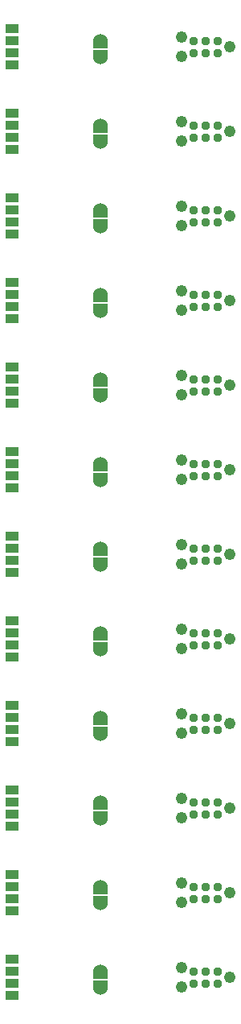
<source format=gbr>
G04 start of page 8 for group -4062 idx -4062 *
G04 Title: (unknown), soldermask *
G04 Creator: pcb 4.0.2 *
G04 CreationDate: Mon Jul 24 21:31:33 2023 UTC *
G04 For: railfan *
G04 Format: Gerber/RS-274X *
G04 PCB-Dimensions (mil): 3000.00 5500.00 *
G04 PCB-Coordinate-Origin: lower left *
%MOIN*%
%FSLAX25Y25*%
%LNBOTTOMMASK*%
%ADD48C,0.0600*%
%ADD47C,0.0001*%
%ADD46C,0.0370*%
%ADD45C,0.0490*%
G54D45*X152500Y362500D03*
Y327500D03*
Y292500D03*
Y257500D03*
X132500Y366500D03*
Y358500D03*
Y331500D03*
Y323500D03*
Y296500D03*
Y288500D03*
Y261500D03*
Y253500D03*
X152500Y432500D03*
X132500Y436500D03*
Y428500D03*
X152500Y397500D03*
X132500Y401500D03*
X152500Y467500D03*
X132500Y471500D03*
Y463500D03*
Y393500D03*
X152500Y222500D03*
Y187500D03*
Y152500D03*
Y117500D03*
X132500Y226500D03*
Y218500D03*
Y191500D03*
Y183500D03*
Y156500D03*
Y148500D03*
Y121500D03*
Y113500D03*
X152500Y82500D03*
X132500Y86500D03*
Y78500D03*
G54D46*X147500Y430000D03*
Y435000D03*
X142500Y430000D03*
Y435000D03*
X137500Y430000D03*
Y435000D03*
X147500Y395000D03*
Y400000D03*
X142500Y395000D03*
Y400000D03*
X137500Y395000D03*
Y400000D03*
G54D47*G36*
X59702Y466718D02*Y463282D01*
X65054D01*
Y466718D01*
X59702D01*
G37*
G36*
Y461718D02*Y458282D01*
X65054D01*
Y461718D01*
X59702D01*
G37*
G36*
Y476718D02*Y473282D01*
X65054D01*
Y476718D01*
X59702D01*
G37*
G36*
Y471718D02*Y468282D01*
X65054D01*
Y471718D01*
X59702D01*
G37*
G54D48*X99000Y469900D03*
G54D47*G36*
X96000D02*Y466900D01*
X102000D01*
Y469900D01*
X96000D01*
G37*
G54D48*X99000Y463100D03*
G54D47*G36*
X96000Y466100D02*Y463100D01*
X102000D01*
Y466100D01*
X96000D01*
G37*
G36*
X59702Y426718D02*Y423282D01*
X65054D01*
Y426718D01*
X59702D01*
G37*
G36*
Y431718D02*Y428282D01*
X65054D01*
Y431718D01*
X59702D01*
G37*
G36*
Y441718D02*Y438282D01*
X65054D01*
Y441718D01*
X59702D01*
G37*
G36*
Y436718D02*Y433282D01*
X65054D01*
Y436718D01*
X59702D01*
G37*
G54D48*X99000Y434900D03*
G54D47*G36*
X96000D02*Y431900D01*
X102000D01*
Y434900D01*
X96000D01*
G37*
G54D48*X99000Y428100D03*
G54D47*G36*
X96000Y431100D02*Y428100D01*
X102000D01*
Y431100D01*
X96000D01*
G37*
G54D46*X147500Y465000D03*
Y470000D03*
X142500Y465000D03*
Y470000D03*
X137500Y465000D03*
Y470000D03*
G54D47*G36*
X59702Y391718D02*Y388282D01*
X65054D01*
Y391718D01*
X59702D01*
G37*
G36*
Y396718D02*Y393282D01*
X65054D01*
Y396718D01*
X59702D01*
G37*
G36*
Y406718D02*Y403282D01*
X65054D01*
Y406718D01*
X59702D01*
G37*
G36*
Y401718D02*Y398282D01*
X65054D01*
Y401718D01*
X59702D01*
G37*
G54D48*X99000Y399900D03*
G54D47*G36*
X96000D02*Y396900D01*
X102000D01*
Y399900D01*
X96000D01*
G37*
G54D48*X99000Y393100D03*
G54D47*G36*
X96000Y396100D02*Y393100D01*
X102000D01*
Y396100D01*
X96000D01*
G37*
G36*
X59702Y356718D02*Y353282D01*
X65054D01*
Y356718D01*
X59702D01*
G37*
G36*
Y361718D02*Y358282D01*
X65054D01*
Y361718D01*
X59702D01*
G37*
G36*
Y371718D02*Y368282D01*
X65054D01*
Y371718D01*
X59702D01*
G37*
G36*
Y366718D02*Y363282D01*
X65054D01*
Y366718D01*
X59702D01*
G37*
G54D48*X99000Y364900D03*
G54D47*G36*
X96000D02*Y361900D01*
X102000D01*
Y364900D01*
X96000D01*
G37*
G54D48*X99000Y358100D03*
G54D47*G36*
X96000Y361100D02*Y358100D01*
X102000D01*
Y361100D01*
X96000D01*
G37*
G36*
X59702Y321718D02*Y318282D01*
X65054D01*
Y321718D01*
X59702D01*
G37*
G36*
Y326718D02*Y323282D01*
X65054D01*
Y326718D01*
X59702D01*
G37*
G36*
Y336718D02*Y333282D01*
X65054D01*
Y336718D01*
X59702D01*
G37*
G36*
Y331718D02*Y328282D01*
X65054D01*
Y331718D01*
X59702D01*
G37*
G54D48*X99000Y329900D03*
G54D47*G36*
X96000D02*Y326900D01*
X102000D01*
Y329900D01*
X96000D01*
G37*
G54D48*X99000Y323100D03*
G54D47*G36*
X96000Y326100D02*Y323100D01*
X102000D01*
Y326100D01*
X96000D01*
G37*
G36*
X59702Y286718D02*Y283282D01*
X65054D01*
Y286718D01*
X59702D01*
G37*
G36*
Y291718D02*Y288282D01*
X65054D01*
Y291718D01*
X59702D01*
G37*
G36*
Y301718D02*Y298282D01*
X65054D01*
Y301718D01*
X59702D01*
G37*
G36*
Y296718D02*Y293282D01*
X65054D01*
Y296718D01*
X59702D01*
G37*
G54D48*X99000Y294900D03*
G54D47*G36*
X96000D02*Y291900D01*
X102000D01*
Y294900D01*
X96000D01*
G37*
G54D48*X99000Y288100D03*
G54D47*G36*
X96000Y291100D02*Y288100D01*
X102000D01*
Y291100D01*
X96000D01*
G37*
G54D46*X147500Y325000D03*
Y330000D03*
X142500Y325000D03*
Y330000D03*
X137500Y325000D03*
Y330000D03*
X147500Y290000D03*
Y295000D03*
X142500Y290000D03*
Y295000D03*
X137500Y290000D03*
Y295000D03*
X147500Y255000D03*
Y260000D03*
X142500Y255000D03*
Y260000D03*
X137500Y255000D03*
Y260000D03*
G54D47*G36*
X59702Y251718D02*Y248282D01*
X65054D01*
Y251718D01*
X59702D01*
G37*
G36*
Y256718D02*Y253282D01*
X65054D01*
Y256718D01*
X59702D01*
G37*
G36*
Y266718D02*Y263282D01*
X65054D01*
Y266718D01*
X59702D01*
G37*
G36*
Y261718D02*Y258282D01*
X65054D01*
Y261718D01*
X59702D01*
G37*
G54D48*X99000Y259900D03*
G54D47*G36*
X96000D02*Y256900D01*
X102000D01*
Y259900D01*
X96000D01*
G37*
G54D48*X99000Y253100D03*
G54D47*G36*
X96000Y256100D02*Y253100D01*
X102000D01*
Y256100D01*
X96000D01*
G37*
G36*
X59702Y216718D02*Y213282D01*
X65054D01*
Y216718D01*
X59702D01*
G37*
G36*
Y221718D02*Y218282D01*
X65054D01*
Y221718D01*
X59702D01*
G37*
G36*
Y231718D02*Y228282D01*
X65054D01*
Y231718D01*
X59702D01*
G37*
G36*
Y226718D02*Y223282D01*
X65054D01*
Y226718D01*
X59702D01*
G37*
G54D48*X99000Y224900D03*
G54D47*G36*
X96000D02*Y221900D01*
X102000D01*
Y224900D01*
X96000D01*
G37*
G54D48*X99000Y218100D03*
G54D47*G36*
X96000Y221100D02*Y218100D01*
X102000D01*
Y221100D01*
X96000D01*
G37*
G36*
X59702Y181718D02*Y178282D01*
X65054D01*
Y181718D01*
X59702D01*
G37*
G36*
Y186718D02*Y183282D01*
X65054D01*
Y186718D01*
X59702D01*
G37*
G36*
Y196718D02*Y193282D01*
X65054D01*
Y196718D01*
X59702D01*
G37*
G36*
Y191718D02*Y188282D01*
X65054D01*
Y191718D01*
X59702D01*
G37*
G54D48*X99000Y189900D03*
G54D47*G36*
X96000D02*Y186900D01*
X102000D01*
Y189900D01*
X96000D01*
G37*
G54D48*X99000Y183100D03*
G54D47*G36*
X96000Y186100D02*Y183100D01*
X102000D01*
Y186100D01*
X96000D01*
G37*
G36*
X59702Y146718D02*Y143282D01*
X65054D01*
Y146718D01*
X59702D01*
G37*
G36*
Y151718D02*Y148282D01*
X65054D01*
Y151718D01*
X59702D01*
G37*
G36*
Y161718D02*Y158282D01*
X65054D01*
Y161718D01*
X59702D01*
G37*
G36*
Y156718D02*Y153282D01*
X65054D01*
Y156718D01*
X59702D01*
G37*
G54D48*X99000Y154900D03*
G54D47*G36*
X96000D02*Y151900D01*
X102000D01*
Y154900D01*
X96000D01*
G37*
G54D48*X99000Y148100D03*
G54D47*G36*
X96000Y151100D02*Y148100D01*
X102000D01*
Y151100D01*
X96000D01*
G37*
G36*
X59702Y111718D02*Y108282D01*
X65054D01*
Y111718D01*
X59702D01*
G37*
G36*
Y116718D02*Y113282D01*
X65054D01*
Y116718D01*
X59702D01*
G37*
G36*
Y126718D02*Y123282D01*
X65054D01*
Y126718D01*
X59702D01*
G37*
G36*
Y121718D02*Y118282D01*
X65054D01*
Y121718D01*
X59702D01*
G37*
G36*
Y76718D02*Y73282D01*
X65054D01*
Y76718D01*
X59702D01*
G37*
G36*
Y81718D02*Y78282D01*
X65054D01*
Y81718D01*
X59702D01*
G37*
G36*
Y91718D02*Y88282D01*
X65054D01*
Y91718D01*
X59702D01*
G37*
G36*
Y86718D02*Y83282D01*
X65054D01*
Y86718D01*
X59702D01*
G37*
G54D48*X99000Y84900D03*
G54D47*G36*
X96000D02*Y81900D01*
X102000D01*
Y84900D01*
X96000D01*
G37*
G54D48*X99000Y78100D03*
G54D47*G36*
X96000Y81100D02*Y78100D01*
X102000D01*
Y81100D01*
X96000D01*
G37*
G54D46*X147500Y115000D03*
Y120000D03*
X142500Y115000D03*
Y120000D03*
G54D48*X99000Y119900D03*
G54D47*G36*
X96000D02*Y116900D01*
X102000D01*
Y119900D01*
X96000D01*
G37*
G54D48*X99000Y113100D03*
G54D47*G36*
X96000Y116100D02*Y113100D01*
X102000D01*
Y116100D01*
X96000D01*
G37*
G54D46*X137500Y115000D03*
Y120000D03*
X147500Y80000D03*
Y85000D03*
X142500Y80000D03*
Y85000D03*
X137500Y80000D03*
Y85000D03*
X147500Y360000D03*
X142500D03*
X137500D03*
X147500Y365000D03*
X142500D03*
X137500D03*
X147500Y220000D03*
Y225000D03*
X142500Y220000D03*
X137500D03*
X142500Y225000D03*
X137500D03*
X147500Y185000D03*
Y190000D03*
X142500Y185000D03*
Y190000D03*
X137500Y185000D03*
Y190000D03*
X147500Y150000D03*
Y155000D03*
X142500Y150000D03*
X137500D03*
X142500Y155000D03*
X137500D03*
M02*

</source>
